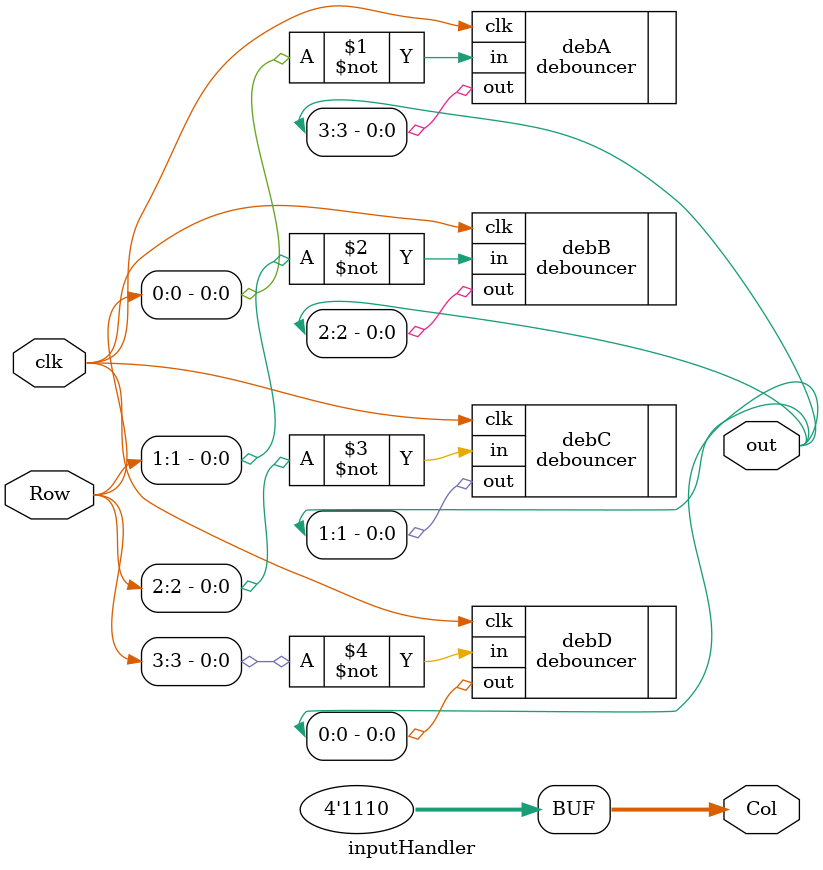
<source format=v>
`timescale 1ns / 1ps


module inputHandler(
    clk,
    Row,
    Col,
    out
    );

    input clk;						// 100MHz onboard clock
    input [3:0] Row;				// Rows on KYPD
    output [3:0] Col;			// Columns on KYPD
    output [3:0] out;	// Output data
	
	debouncer debA(
		.clk(clk),
		.in(~Row[0]),
		.out(out[3])
	);
	
	debouncer debB(
		.clk(clk),
		.in(~Row[1]),
		.out(out[2])
	);
	
	debouncer debC(
		.clk(clk),
		.in(~Row[2]),
		.out(out[1])
	);
	
	debouncer debD(
		.clk(clk),
		.in(~Row[3]),
		.out(out[0])
	);
	
	wire [3:0] Col;
	assign Col = 4'b1110;
	
	wire [3:0] out;

endmodule

</source>
